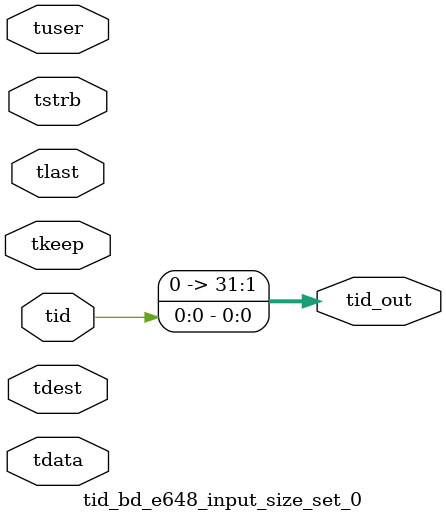
<source format=v>


`timescale 1ps/1ps

module tid_bd_e648_input_size_set_0 #
(
parameter C_S_AXIS_TID_WIDTH   = 1,
parameter C_S_AXIS_TUSER_WIDTH = 0,
parameter C_S_AXIS_TDATA_WIDTH = 0,
parameter C_S_AXIS_TDEST_WIDTH = 0,
parameter C_M_AXIS_TID_WIDTH   = 32
)
(
input  [(C_S_AXIS_TID_WIDTH   == 0 ? 1 : C_S_AXIS_TID_WIDTH)-1:0       ] tid,
input  [(C_S_AXIS_TDATA_WIDTH == 0 ? 1 : C_S_AXIS_TDATA_WIDTH)-1:0     ] tdata,
input  [(C_S_AXIS_TUSER_WIDTH == 0 ? 1 : C_S_AXIS_TUSER_WIDTH)-1:0     ] tuser,
input  [(C_S_AXIS_TDEST_WIDTH == 0 ? 1 : C_S_AXIS_TDEST_WIDTH)-1:0     ] tdest,
input  [(C_S_AXIS_TDATA_WIDTH/8)-1:0 ] tkeep,
input  [(C_S_AXIS_TDATA_WIDTH/8)-1:0 ] tstrb,
input                                                                    tlast,
output [(C_M_AXIS_TID_WIDTH   == 0 ? 1 : C_M_AXIS_TID_WIDTH)-1:0       ] tid_out
);

assign tid_out = {tid[0:0]};

endmodule


</source>
